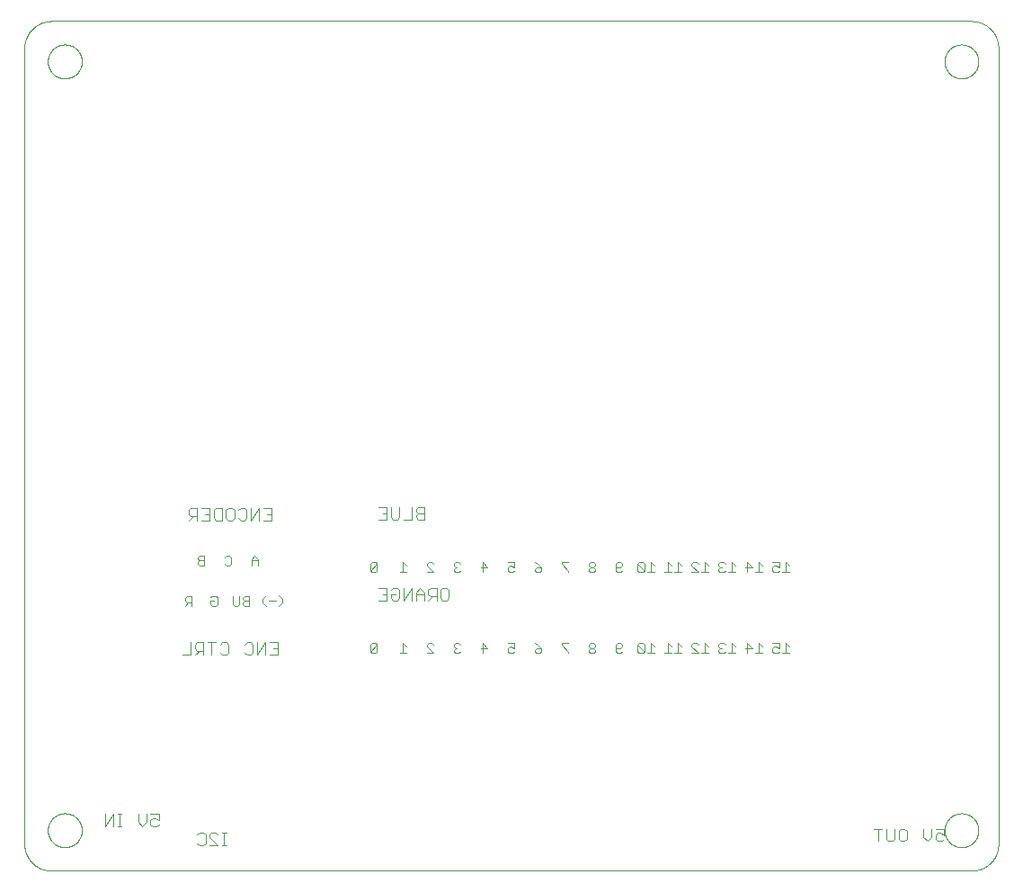
<source format=gbo>
G75*
%MOIN*%
%OFA0B0*%
%FSLAX25Y25*%
%IPPOS*%
%LPD*%
%AMOC8*
5,1,8,0,0,1.08239X$1,22.5*
%
%ADD10C,0.00000*%
%ADD11C,0.00300*%
%ADD12C,0.00400*%
D10*
X0086433Y0068933D02*
X0086433Y0363894D01*
X0086436Y0364136D01*
X0086445Y0364377D01*
X0086459Y0364618D01*
X0086480Y0364859D01*
X0086506Y0365099D01*
X0086538Y0365339D01*
X0086576Y0365578D01*
X0086619Y0365815D01*
X0086669Y0366052D01*
X0086724Y0366287D01*
X0086784Y0366521D01*
X0086851Y0366753D01*
X0086922Y0366984D01*
X0087000Y0367213D01*
X0087083Y0367440D01*
X0087171Y0367665D01*
X0087265Y0367888D01*
X0087364Y0368108D01*
X0087469Y0368326D01*
X0087578Y0368541D01*
X0087693Y0368754D01*
X0087813Y0368964D01*
X0087938Y0369170D01*
X0088068Y0369374D01*
X0088203Y0369575D01*
X0088343Y0369772D01*
X0088487Y0369966D01*
X0088636Y0370156D01*
X0088790Y0370342D01*
X0088948Y0370525D01*
X0089110Y0370704D01*
X0089277Y0370879D01*
X0089448Y0371050D01*
X0089623Y0371217D01*
X0089802Y0371379D01*
X0089985Y0371537D01*
X0090171Y0371691D01*
X0090361Y0371840D01*
X0090555Y0371984D01*
X0090752Y0372124D01*
X0090953Y0372259D01*
X0091157Y0372389D01*
X0091363Y0372514D01*
X0091573Y0372634D01*
X0091786Y0372749D01*
X0092001Y0372858D01*
X0092219Y0372963D01*
X0092439Y0373062D01*
X0092662Y0373156D01*
X0092887Y0373244D01*
X0093114Y0373327D01*
X0093343Y0373405D01*
X0093574Y0373476D01*
X0093806Y0373543D01*
X0094040Y0373603D01*
X0094275Y0373658D01*
X0094512Y0373708D01*
X0094749Y0373751D01*
X0094988Y0373789D01*
X0095228Y0373821D01*
X0095468Y0373847D01*
X0095709Y0373868D01*
X0095950Y0373882D01*
X0096191Y0373891D01*
X0096433Y0373894D01*
X0437634Y0373894D01*
X0437876Y0373891D01*
X0438117Y0373882D01*
X0438358Y0373868D01*
X0438599Y0373847D01*
X0438839Y0373821D01*
X0439079Y0373789D01*
X0439318Y0373751D01*
X0439555Y0373708D01*
X0439792Y0373658D01*
X0440027Y0373603D01*
X0440261Y0373543D01*
X0440493Y0373476D01*
X0440724Y0373405D01*
X0440953Y0373327D01*
X0441180Y0373244D01*
X0441405Y0373156D01*
X0441628Y0373062D01*
X0441848Y0372963D01*
X0442066Y0372858D01*
X0442281Y0372749D01*
X0442494Y0372634D01*
X0442704Y0372514D01*
X0442910Y0372389D01*
X0443114Y0372259D01*
X0443315Y0372124D01*
X0443512Y0371984D01*
X0443706Y0371840D01*
X0443896Y0371691D01*
X0444082Y0371537D01*
X0444265Y0371379D01*
X0444444Y0371217D01*
X0444619Y0371050D01*
X0444790Y0370879D01*
X0444957Y0370704D01*
X0445119Y0370525D01*
X0445277Y0370342D01*
X0445431Y0370156D01*
X0445580Y0369966D01*
X0445724Y0369772D01*
X0445864Y0369575D01*
X0445999Y0369374D01*
X0446129Y0369170D01*
X0446254Y0368964D01*
X0446374Y0368754D01*
X0446489Y0368541D01*
X0446598Y0368326D01*
X0446703Y0368108D01*
X0446802Y0367888D01*
X0446896Y0367665D01*
X0446984Y0367440D01*
X0447067Y0367213D01*
X0447145Y0366984D01*
X0447216Y0366753D01*
X0447283Y0366521D01*
X0447343Y0366287D01*
X0447398Y0366052D01*
X0447448Y0365815D01*
X0447491Y0365578D01*
X0447529Y0365339D01*
X0447561Y0365099D01*
X0447587Y0364859D01*
X0447608Y0364618D01*
X0447622Y0364377D01*
X0447631Y0364136D01*
X0447634Y0363894D01*
X0447634Y0068933D01*
X0447631Y0068691D01*
X0447622Y0068450D01*
X0447608Y0068209D01*
X0447587Y0067968D01*
X0447561Y0067728D01*
X0447529Y0067488D01*
X0447491Y0067249D01*
X0447448Y0067012D01*
X0447398Y0066775D01*
X0447343Y0066540D01*
X0447283Y0066306D01*
X0447216Y0066074D01*
X0447145Y0065843D01*
X0447067Y0065614D01*
X0446984Y0065387D01*
X0446896Y0065162D01*
X0446802Y0064939D01*
X0446703Y0064719D01*
X0446598Y0064501D01*
X0446489Y0064286D01*
X0446374Y0064073D01*
X0446254Y0063863D01*
X0446129Y0063657D01*
X0445999Y0063453D01*
X0445864Y0063252D01*
X0445724Y0063055D01*
X0445580Y0062861D01*
X0445431Y0062671D01*
X0445277Y0062485D01*
X0445119Y0062302D01*
X0444957Y0062123D01*
X0444790Y0061948D01*
X0444619Y0061777D01*
X0444444Y0061610D01*
X0444265Y0061448D01*
X0444082Y0061290D01*
X0443896Y0061136D01*
X0443706Y0060987D01*
X0443512Y0060843D01*
X0443315Y0060703D01*
X0443114Y0060568D01*
X0442910Y0060438D01*
X0442704Y0060313D01*
X0442494Y0060193D01*
X0442281Y0060078D01*
X0442066Y0059969D01*
X0441848Y0059864D01*
X0441628Y0059765D01*
X0441405Y0059671D01*
X0441180Y0059583D01*
X0440953Y0059500D01*
X0440724Y0059422D01*
X0440493Y0059351D01*
X0440261Y0059284D01*
X0440027Y0059224D01*
X0439792Y0059169D01*
X0439555Y0059119D01*
X0439318Y0059076D01*
X0439079Y0059038D01*
X0438839Y0059006D01*
X0438599Y0058980D01*
X0438358Y0058959D01*
X0438117Y0058945D01*
X0437876Y0058936D01*
X0437634Y0058933D01*
X0096433Y0058933D01*
X0096191Y0058936D01*
X0095950Y0058945D01*
X0095709Y0058959D01*
X0095468Y0058980D01*
X0095228Y0059006D01*
X0094988Y0059038D01*
X0094749Y0059076D01*
X0094512Y0059119D01*
X0094275Y0059169D01*
X0094040Y0059224D01*
X0093806Y0059284D01*
X0093574Y0059351D01*
X0093343Y0059422D01*
X0093114Y0059500D01*
X0092887Y0059583D01*
X0092662Y0059671D01*
X0092439Y0059765D01*
X0092219Y0059864D01*
X0092001Y0059969D01*
X0091786Y0060078D01*
X0091573Y0060193D01*
X0091363Y0060313D01*
X0091157Y0060438D01*
X0090953Y0060568D01*
X0090752Y0060703D01*
X0090555Y0060843D01*
X0090361Y0060987D01*
X0090171Y0061136D01*
X0089985Y0061290D01*
X0089802Y0061448D01*
X0089623Y0061610D01*
X0089448Y0061777D01*
X0089277Y0061948D01*
X0089110Y0062123D01*
X0088948Y0062302D01*
X0088790Y0062485D01*
X0088636Y0062671D01*
X0088487Y0062861D01*
X0088343Y0063055D01*
X0088203Y0063252D01*
X0088068Y0063453D01*
X0087938Y0063657D01*
X0087813Y0063863D01*
X0087693Y0064073D01*
X0087578Y0064286D01*
X0087469Y0064501D01*
X0087364Y0064719D01*
X0087265Y0064939D01*
X0087171Y0065162D01*
X0087083Y0065387D01*
X0087000Y0065614D01*
X0086922Y0065843D01*
X0086851Y0066074D01*
X0086784Y0066306D01*
X0086724Y0066540D01*
X0086669Y0066775D01*
X0086619Y0067012D01*
X0086576Y0067249D01*
X0086538Y0067488D01*
X0086506Y0067728D01*
X0086480Y0067968D01*
X0086459Y0068209D01*
X0086445Y0068450D01*
X0086436Y0068691D01*
X0086433Y0068933D01*
X0095134Y0073933D02*
X0095136Y0074091D01*
X0095142Y0074249D01*
X0095152Y0074407D01*
X0095166Y0074565D01*
X0095184Y0074722D01*
X0095205Y0074879D01*
X0095231Y0075035D01*
X0095261Y0075191D01*
X0095294Y0075346D01*
X0095332Y0075499D01*
X0095373Y0075652D01*
X0095418Y0075804D01*
X0095467Y0075955D01*
X0095520Y0076104D01*
X0095576Y0076252D01*
X0095636Y0076398D01*
X0095700Y0076543D01*
X0095768Y0076686D01*
X0095839Y0076828D01*
X0095913Y0076968D01*
X0095991Y0077105D01*
X0096073Y0077241D01*
X0096157Y0077375D01*
X0096246Y0077506D01*
X0096337Y0077635D01*
X0096432Y0077762D01*
X0096529Y0077887D01*
X0096630Y0078009D01*
X0096734Y0078128D01*
X0096841Y0078245D01*
X0096951Y0078359D01*
X0097064Y0078470D01*
X0097179Y0078579D01*
X0097297Y0078684D01*
X0097418Y0078786D01*
X0097541Y0078886D01*
X0097667Y0078982D01*
X0097795Y0079075D01*
X0097925Y0079165D01*
X0098058Y0079251D01*
X0098193Y0079335D01*
X0098329Y0079414D01*
X0098468Y0079491D01*
X0098609Y0079563D01*
X0098751Y0079633D01*
X0098895Y0079698D01*
X0099041Y0079760D01*
X0099188Y0079818D01*
X0099337Y0079873D01*
X0099487Y0079924D01*
X0099638Y0079971D01*
X0099790Y0080014D01*
X0099943Y0080053D01*
X0100098Y0080089D01*
X0100253Y0080120D01*
X0100409Y0080148D01*
X0100565Y0080172D01*
X0100722Y0080192D01*
X0100880Y0080208D01*
X0101037Y0080220D01*
X0101196Y0080228D01*
X0101354Y0080232D01*
X0101512Y0080232D01*
X0101670Y0080228D01*
X0101829Y0080220D01*
X0101986Y0080208D01*
X0102144Y0080192D01*
X0102301Y0080172D01*
X0102457Y0080148D01*
X0102613Y0080120D01*
X0102768Y0080089D01*
X0102923Y0080053D01*
X0103076Y0080014D01*
X0103228Y0079971D01*
X0103379Y0079924D01*
X0103529Y0079873D01*
X0103678Y0079818D01*
X0103825Y0079760D01*
X0103971Y0079698D01*
X0104115Y0079633D01*
X0104257Y0079563D01*
X0104398Y0079491D01*
X0104537Y0079414D01*
X0104673Y0079335D01*
X0104808Y0079251D01*
X0104941Y0079165D01*
X0105071Y0079075D01*
X0105199Y0078982D01*
X0105325Y0078886D01*
X0105448Y0078786D01*
X0105569Y0078684D01*
X0105687Y0078579D01*
X0105802Y0078470D01*
X0105915Y0078359D01*
X0106025Y0078245D01*
X0106132Y0078128D01*
X0106236Y0078009D01*
X0106337Y0077887D01*
X0106434Y0077762D01*
X0106529Y0077635D01*
X0106620Y0077506D01*
X0106709Y0077375D01*
X0106793Y0077241D01*
X0106875Y0077105D01*
X0106953Y0076968D01*
X0107027Y0076828D01*
X0107098Y0076686D01*
X0107166Y0076543D01*
X0107230Y0076398D01*
X0107290Y0076252D01*
X0107346Y0076104D01*
X0107399Y0075955D01*
X0107448Y0075804D01*
X0107493Y0075652D01*
X0107534Y0075499D01*
X0107572Y0075346D01*
X0107605Y0075191D01*
X0107635Y0075035D01*
X0107661Y0074879D01*
X0107682Y0074722D01*
X0107700Y0074565D01*
X0107714Y0074407D01*
X0107724Y0074249D01*
X0107730Y0074091D01*
X0107732Y0073933D01*
X0107730Y0073775D01*
X0107724Y0073617D01*
X0107714Y0073459D01*
X0107700Y0073301D01*
X0107682Y0073144D01*
X0107661Y0072987D01*
X0107635Y0072831D01*
X0107605Y0072675D01*
X0107572Y0072520D01*
X0107534Y0072367D01*
X0107493Y0072214D01*
X0107448Y0072062D01*
X0107399Y0071911D01*
X0107346Y0071762D01*
X0107290Y0071614D01*
X0107230Y0071468D01*
X0107166Y0071323D01*
X0107098Y0071180D01*
X0107027Y0071038D01*
X0106953Y0070898D01*
X0106875Y0070761D01*
X0106793Y0070625D01*
X0106709Y0070491D01*
X0106620Y0070360D01*
X0106529Y0070231D01*
X0106434Y0070104D01*
X0106337Y0069979D01*
X0106236Y0069857D01*
X0106132Y0069738D01*
X0106025Y0069621D01*
X0105915Y0069507D01*
X0105802Y0069396D01*
X0105687Y0069287D01*
X0105569Y0069182D01*
X0105448Y0069080D01*
X0105325Y0068980D01*
X0105199Y0068884D01*
X0105071Y0068791D01*
X0104941Y0068701D01*
X0104808Y0068615D01*
X0104673Y0068531D01*
X0104537Y0068452D01*
X0104398Y0068375D01*
X0104257Y0068303D01*
X0104115Y0068233D01*
X0103971Y0068168D01*
X0103825Y0068106D01*
X0103678Y0068048D01*
X0103529Y0067993D01*
X0103379Y0067942D01*
X0103228Y0067895D01*
X0103076Y0067852D01*
X0102923Y0067813D01*
X0102768Y0067777D01*
X0102613Y0067746D01*
X0102457Y0067718D01*
X0102301Y0067694D01*
X0102144Y0067674D01*
X0101986Y0067658D01*
X0101829Y0067646D01*
X0101670Y0067638D01*
X0101512Y0067634D01*
X0101354Y0067634D01*
X0101196Y0067638D01*
X0101037Y0067646D01*
X0100880Y0067658D01*
X0100722Y0067674D01*
X0100565Y0067694D01*
X0100409Y0067718D01*
X0100253Y0067746D01*
X0100098Y0067777D01*
X0099943Y0067813D01*
X0099790Y0067852D01*
X0099638Y0067895D01*
X0099487Y0067942D01*
X0099337Y0067993D01*
X0099188Y0068048D01*
X0099041Y0068106D01*
X0098895Y0068168D01*
X0098751Y0068233D01*
X0098609Y0068303D01*
X0098468Y0068375D01*
X0098329Y0068452D01*
X0098193Y0068531D01*
X0098058Y0068615D01*
X0097925Y0068701D01*
X0097795Y0068791D01*
X0097667Y0068884D01*
X0097541Y0068980D01*
X0097418Y0069080D01*
X0097297Y0069182D01*
X0097179Y0069287D01*
X0097064Y0069396D01*
X0096951Y0069507D01*
X0096841Y0069621D01*
X0096734Y0069738D01*
X0096630Y0069857D01*
X0096529Y0069979D01*
X0096432Y0070104D01*
X0096337Y0070231D01*
X0096246Y0070360D01*
X0096157Y0070491D01*
X0096073Y0070625D01*
X0095991Y0070761D01*
X0095913Y0070898D01*
X0095839Y0071038D01*
X0095768Y0071180D01*
X0095700Y0071323D01*
X0095636Y0071468D01*
X0095576Y0071614D01*
X0095520Y0071762D01*
X0095467Y0071911D01*
X0095418Y0072062D01*
X0095373Y0072214D01*
X0095332Y0072367D01*
X0095294Y0072520D01*
X0095261Y0072675D01*
X0095231Y0072831D01*
X0095205Y0072987D01*
X0095184Y0073144D01*
X0095166Y0073301D01*
X0095152Y0073459D01*
X0095142Y0073617D01*
X0095136Y0073775D01*
X0095134Y0073933D01*
X0427634Y0073933D02*
X0427636Y0074091D01*
X0427642Y0074249D01*
X0427652Y0074407D01*
X0427666Y0074565D01*
X0427684Y0074722D01*
X0427705Y0074879D01*
X0427731Y0075035D01*
X0427761Y0075191D01*
X0427794Y0075346D01*
X0427832Y0075499D01*
X0427873Y0075652D01*
X0427918Y0075804D01*
X0427967Y0075955D01*
X0428020Y0076104D01*
X0428076Y0076252D01*
X0428136Y0076398D01*
X0428200Y0076543D01*
X0428268Y0076686D01*
X0428339Y0076828D01*
X0428413Y0076968D01*
X0428491Y0077105D01*
X0428573Y0077241D01*
X0428657Y0077375D01*
X0428746Y0077506D01*
X0428837Y0077635D01*
X0428932Y0077762D01*
X0429029Y0077887D01*
X0429130Y0078009D01*
X0429234Y0078128D01*
X0429341Y0078245D01*
X0429451Y0078359D01*
X0429564Y0078470D01*
X0429679Y0078579D01*
X0429797Y0078684D01*
X0429918Y0078786D01*
X0430041Y0078886D01*
X0430167Y0078982D01*
X0430295Y0079075D01*
X0430425Y0079165D01*
X0430558Y0079251D01*
X0430693Y0079335D01*
X0430829Y0079414D01*
X0430968Y0079491D01*
X0431109Y0079563D01*
X0431251Y0079633D01*
X0431395Y0079698D01*
X0431541Y0079760D01*
X0431688Y0079818D01*
X0431837Y0079873D01*
X0431987Y0079924D01*
X0432138Y0079971D01*
X0432290Y0080014D01*
X0432443Y0080053D01*
X0432598Y0080089D01*
X0432753Y0080120D01*
X0432909Y0080148D01*
X0433065Y0080172D01*
X0433222Y0080192D01*
X0433380Y0080208D01*
X0433537Y0080220D01*
X0433696Y0080228D01*
X0433854Y0080232D01*
X0434012Y0080232D01*
X0434170Y0080228D01*
X0434329Y0080220D01*
X0434486Y0080208D01*
X0434644Y0080192D01*
X0434801Y0080172D01*
X0434957Y0080148D01*
X0435113Y0080120D01*
X0435268Y0080089D01*
X0435423Y0080053D01*
X0435576Y0080014D01*
X0435728Y0079971D01*
X0435879Y0079924D01*
X0436029Y0079873D01*
X0436178Y0079818D01*
X0436325Y0079760D01*
X0436471Y0079698D01*
X0436615Y0079633D01*
X0436757Y0079563D01*
X0436898Y0079491D01*
X0437037Y0079414D01*
X0437173Y0079335D01*
X0437308Y0079251D01*
X0437441Y0079165D01*
X0437571Y0079075D01*
X0437699Y0078982D01*
X0437825Y0078886D01*
X0437948Y0078786D01*
X0438069Y0078684D01*
X0438187Y0078579D01*
X0438302Y0078470D01*
X0438415Y0078359D01*
X0438525Y0078245D01*
X0438632Y0078128D01*
X0438736Y0078009D01*
X0438837Y0077887D01*
X0438934Y0077762D01*
X0439029Y0077635D01*
X0439120Y0077506D01*
X0439209Y0077375D01*
X0439293Y0077241D01*
X0439375Y0077105D01*
X0439453Y0076968D01*
X0439527Y0076828D01*
X0439598Y0076686D01*
X0439666Y0076543D01*
X0439730Y0076398D01*
X0439790Y0076252D01*
X0439846Y0076104D01*
X0439899Y0075955D01*
X0439948Y0075804D01*
X0439993Y0075652D01*
X0440034Y0075499D01*
X0440072Y0075346D01*
X0440105Y0075191D01*
X0440135Y0075035D01*
X0440161Y0074879D01*
X0440182Y0074722D01*
X0440200Y0074565D01*
X0440214Y0074407D01*
X0440224Y0074249D01*
X0440230Y0074091D01*
X0440232Y0073933D01*
X0440230Y0073775D01*
X0440224Y0073617D01*
X0440214Y0073459D01*
X0440200Y0073301D01*
X0440182Y0073144D01*
X0440161Y0072987D01*
X0440135Y0072831D01*
X0440105Y0072675D01*
X0440072Y0072520D01*
X0440034Y0072367D01*
X0439993Y0072214D01*
X0439948Y0072062D01*
X0439899Y0071911D01*
X0439846Y0071762D01*
X0439790Y0071614D01*
X0439730Y0071468D01*
X0439666Y0071323D01*
X0439598Y0071180D01*
X0439527Y0071038D01*
X0439453Y0070898D01*
X0439375Y0070761D01*
X0439293Y0070625D01*
X0439209Y0070491D01*
X0439120Y0070360D01*
X0439029Y0070231D01*
X0438934Y0070104D01*
X0438837Y0069979D01*
X0438736Y0069857D01*
X0438632Y0069738D01*
X0438525Y0069621D01*
X0438415Y0069507D01*
X0438302Y0069396D01*
X0438187Y0069287D01*
X0438069Y0069182D01*
X0437948Y0069080D01*
X0437825Y0068980D01*
X0437699Y0068884D01*
X0437571Y0068791D01*
X0437441Y0068701D01*
X0437308Y0068615D01*
X0437173Y0068531D01*
X0437037Y0068452D01*
X0436898Y0068375D01*
X0436757Y0068303D01*
X0436615Y0068233D01*
X0436471Y0068168D01*
X0436325Y0068106D01*
X0436178Y0068048D01*
X0436029Y0067993D01*
X0435879Y0067942D01*
X0435728Y0067895D01*
X0435576Y0067852D01*
X0435423Y0067813D01*
X0435268Y0067777D01*
X0435113Y0067746D01*
X0434957Y0067718D01*
X0434801Y0067694D01*
X0434644Y0067674D01*
X0434486Y0067658D01*
X0434329Y0067646D01*
X0434170Y0067638D01*
X0434012Y0067634D01*
X0433854Y0067634D01*
X0433696Y0067638D01*
X0433537Y0067646D01*
X0433380Y0067658D01*
X0433222Y0067674D01*
X0433065Y0067694D01*
X0432909Y0067718D01*
X0432753Y0067746D01*
X0432598Y0067777D01*
X0432443Y0067813D01*
X0432290Y0067852D01*
X0432138Y0067895D01*
X0431987Y0067942D01*
X0431837Y0067993D01*
X0431688Y0068048D01*
X0431541Y0068106D01*
X0431395Y0068168D01*
X0431251Y0068233D01*
X0431109Y0068303D01*
X0430968Y0068375D01*
X0430829Y0068452D01*
X0430693Y0068531D01*
X0430558Y0068615D01*
X0430425Y0068701D01*
X0430295Y0068791D01*
X0430167Y0068884D01*
X0430041Y0068980D01*
X0429918Y0069080D01*
X0429797Y0069182D01*
X0429679Y0069287D01*
X0429564Y0069396D01*
X0429451Y0069507D01*
X0429341Y0069621D01*
X0429234Y0069738D01*
X0429130Y0069857D01*
X0429029Y0069979D01*
X0428932Y0070104D01*
X0428837Y0070231D01*
X0428746Y0070360D01*
X0428657Y0070491D01*
X0428573Y0070625D01*
X0428491Y0070761D01*
X0428413Y0070898D01*
X0428339Y0071038D01*
X0428268Y0071180D01*
X0428200Y0071323D01*
X0428136Y0071468D01*
X0428076Y0071614D01*
X0428020Y0071762D01*
X0427967Y0071911D01*
X0427918Y0072062D01*
X0427873Y0072214D01*
X0427832Y0072367D01*
X0427794Y0072520D01*
X0427761Y0072675D01*
X0427731Y0072831D01*
X0427705Y0072987D01*
X0427684Y0073144D01*
X0427666Y0073301D01*
X0427652Y0073459D01*
X0427642Y0073617D01*
X0427636Y0073775D01*
X0427634Y0073933D01*
X0427634Y0358933D02*
X0427636Y0359091D01*
X0427642Y0359249D01*
X0427652Y0359407D01*
X0427666Y0359565D01*
X0427684Y0359722D01*
X0427705Y0359879D01*
X0427731Y0360035D01*
X0427761Y0360191D01*
X0427794Y0360346D01*
X0427832Y0360499D01*
X0427873Y0360652D01*
X0427918Y0360804D01*
X0427967Y0360955D01*
X0428020Y0361104D01*
X0428076Y0361252D01*
X0428136Y0361398D01*
X0428200Y0361543D01*
X0428268Y0361686D01*
X0428339Y0361828D01*
X0428413Y0361968D01*
X0428491Y0362105D01*
X0428573Y0362241D01*
X0428657Y0362375D01*
X0428746Y0362506D01*
X0428837Y0362635D01*
X0428932Y0362762D01*
X0429029Y0362887D01*
X0429130Y0363009D01*
X0429234Y0363128D01*
X0429341Y0363245D01*
X0429451Y0363359D01*
X0429564Y0363470D01*
X0429679Y0363579D01*
X0429797Y0363684D01*
X0429918Y0363786D01*
X0430041Y0363886D01*
X0430167Y0363982D01*
X0430295Y0364075D01*
X0430425Y0364165D01*
X0430558Y0364251D01*
X0430693Y0364335D01*
X0430829Y0364414D01*
X0430968Y0364491D01*
X0431109Y0364563D01*
X0431251Y0364633D01*
X0431395Y0364698D01*
X0431541Y0364760D01*
X0431688Y0364818D01*
X0431837Y0364873D01*
X0431987Y0364924D01*
X0432138Y0364971D01*
X0432290Y0365014D01*
X0432443Y0365053D01*
X0432598Y0365089D01*
X0432753Y0365120D01*
X0432909Y0365148D01*
X0433065Y0365172D01*
X0433222Y0365192D01*
X0433380Y0365208D01*
X0433537Y0365220D01*
X0433696Y0365228D01*
X0433854Y0365232D01*
X0434012Y0365232D01*
X0434170Y0365228D01*
X0434329Y0365220D01*
X0434486Y0365208D01*
X0434644Y0365192D01*
X0434801Y0365172D01*
X0434957Y0365148D01*
X0435113Y0365120D01*
X0435268Y0365089D01*
X0435423Y0365053D01*
X0435576Y0365014D01*
X0435728Y0364971D01*
X0435879Y0364924D01*
X0436029Y0364873D01*
X0436178Y0364818D01*
X0436325Y0364760D01*
X0436471Y0364698D01*
X0436615Y0364633D01*
X0436757Y0364563D01*
X0436898Y0364491D01*
X0437037Y0364414D01*
X0437173Y0364335D01*
X0437308Y0364251D01*
X0437441Y0364165D01*
X0437571Y0364075D01*
X0437699Y0363982D01*
X0437825Y0363886D01*
X0437948Y0363786D01*
X0438069Y0363684D01*
X0438187Y0363579D01*
X0438302Y0363470D01*
X0438415Y0363359D01*
X0438525Y0363245D01*
X0438632Y0363128D01*
X0438736Y0363009D01*
X0438837Y0362887D01*
X0438934Y0362762D01*
X0439029Y0362635D01*
X0439120Y0362506D01*
X0439209Y0362375D01*
X0439293Y0362241D01*
X0439375Y0362105D01*
X0439453Y0361968D01*
X0439527Y0361828D01*
X0439598Y0361686D01*
X0439666Y0361543D01*
X0439730Y0361398D01*
X0439790Y0361252D01*
X0439846Y0361104D01*
X0439899Y0360955D01*
X0439948Y0360804D01*
X0439993Y0360652D01*
X0440034Y0360499D01*
X0440072Y0360346D01*
X0440105Y0360191D01*
X0440135Y0360035D01*
X0440161Y0359879D01*
X0440182Y0359722D01*
X0440200Y0359565D01*
X0440214Y0359407D01*
X0440224Y0359249D01*
X0440230Y0359091D01*
X0440232Y0358933D01*
X0440230Y0358775D01*
X0440224Y0358617D01*
X0440214Y0358459D01*
X0440200Y0358301D01*
X0440182Y0358144D01*
X0440161Y0357987D01*
X0440135Y0357831D01*
X0440105Y0357675D01*
X0440072Y0357520D01*
X0440034Y0357367D01*
X0439993Y0357214D01*
X0439948Y0357062D01*
X0439899Y0356911D01*
X0439846Y0356762D01*
X0439790Y0356614D01*
X0439730Y0356468D01*
X0439666Y0356323D01*
X0439598Y0356180D01*
X0439527Y0356038D01*
X0439453Y0355898D01*
X0439375Y0355761D01*
X0439293Y0355625D01*
X0439209Y0355491D01*
X0439120Y0355360D01*
X0439029Y0355231D01*
X0438934Y0355104D01*
X0438837Y0354979D01*
X0438736Y0354857D01*
X0438632Y0354738D01*
X0438525Y0354621D01*
X0438415Y0354507D01*
X0438302Y0354396D01*
X0438187Y0354287D01*
X0438069Y0354182D01*
X0437948Y0354080D01*
X0437825Y0353980D01*
X0437699Y0353884D01*
X0437571Y0353791D01*
X0437441Y0353701D01*
X0437308Y0353615D01*
X0437173Y0353531D01*
X0437037Y0353452D01*
X0436898Y0353375D01*
X0436757Y0353303D01*
X0436615Y0353233D01*
X0436471Y0353168D01*
X0436325Y0353106D01*
X0436178Y0353048D01*
X0436029Y0352993D01*
X0435879Y0352942D01*
X0435728Y0352895D01*
X0435576Y0352852D01*
X0435423Y0352813D01*
X0435268Y0352777D01*
X0435113Y0352746D01*
X0434957Y0352718D01*
X0434801Y0352694D01*
X0434644Y0352674D01*
X0434486Y0352658D01*
X0434329Y0352646D01*
X0434170Y0352638D01*
X0434012Y0352634D01*
X0433854Y0352634D01*
X0433696Y0352638D01*
X0433537Y0352646D01*
X0433380Y0352658D01*
X0433222Y0352674D01*
X0433065Y0352694D01*
X0432909Y0352718D01*
X0432753Y0352746D01*
X0432598Y0352777D01*
X0432443Y0352813D01*
X0432290Y0352852D01*
X0432138Y0352895D01*
X0431987Y0352942D01*
X0431837Y0352993D01*
X0431688Y0353048D01*
X0431541Y0353106D01*
X0431395Y0353168D01*
X0431251Y0353233D01*
X0431109Y0353303D01*
X0430968Y0353375D01*
X0430829Y0353452D01*
X0430693Y0353531D01*
X0430558Y0353615D01*
X0430425Y0353701D01*
X0430295Y0353791D01*
X0430167Y0353884D01*
X0430041Y0353980D01*
X0429918Y0354080D01*
X0429797Y0354182D01*
X0429679Y0354287D01*
X0429564Y0354396D01*
X0429451Y0354507D01*
X0429341Y0354621D01*
X0429234Y0354738D01*
X0429130Y0354857D01*
X0429029Y0354979D01*
X0428932Y0355104D01*
X0428837Y0355231D01*
X0428746Y0355360D01*
X0428657Y0355491D01*
X0428573Y0355625D01*
X0428491Y0355761D01*
X0428413Y0355898D01*
X0428339Y0356038D01*
X0428268Y0356180D01*
X0428200Y0356323D01*
X0428136Y0356468D01*
X0428076Y0356614D01*
X0428020Y0356762D01*
X0427967Y0356911D01*
X0427918Y0357062D01*
X0427873Y0357214D01*
X0427832Y0357367D01*
X0427794Y0357520D01*
X0427761Y0357675D01*
X0427731Y0357831D01*
X0427705Y0357987D01*
X0427684Y0358144D01*
X0427666Y0358301D01*
X0427652Y0358459D01*
X0427642Y0358617D01*
X0427636Y0358775D01*
X0427634Y0358933D01*
X0095134Y0358933D02*
X0095136Y0359091D01*
X0095142Y0359249D01*
X0095152Y0359407D01*
X0095166Y0359565D01*
X0095184Y0359722D01*
X0095205Y0359879D01*
X0095231Y0360035D01*
X0095261Y0360191D01*
X0095294Y0360346D01*
X0095332Y0360499D01*
X0095373Y0360652D01*
X0095418Y0360804D01*
X0095467Y0360955D01*
X0095520Y0361104D01*
X0095576Y0361252D01*
X0095636Y0361398D01*
X0095700Y0361543D01*
X0095768Y0361686D01*
X0095839Y0361828D01*
X0095913Y0361968D01*
X0095991Y0362105D01*
X0096073Y0362241D01*
X0096157Y0362375D01*
X0096246Y0362506D01*
X0096337Y0362635D01*
X0096432Y0362762D01*
X0096529Y0362887D01*
X0096630Y0363009D01*
X0096734Y0363128D01*
X0096841Y0363245D01*
X0096951Y0363359D01*
X0097064Y0363470D01*
X0097179Y0363579D01*
X0097297Y0363684D01*
X0097418Y0363786D01*
X0097541Y0363886D01*
X0097667Y0363982D01*
X0097795Y0364075D01*
X0097925Y0364165D01*
X0098058Y0364251D01*
X0098193Y0364335D01*
X0098329Y0364414D01*
X0098468Y0364491D01*
X0098609Y0364563D01*
X0098751Y0364633D01*
X0098895Y0364698D01*
X0099041Y0364760D01*
X0099188Y0364818D01*
X0099337Y0364873D01*
X0099487Y0364924D01*
X0099638Y0364971D01*
X0099790Y0365014D01*
X0099943Y0365053D01*
X0100098Y0365089D01*
X0100253Y0365120D01*
X0100409Y0365148D01*
X0100565Y0365172D01*
X0100722Y0365192D01*
X0100880Y0365208D01*
X0101037Y0365220D01*
X0101196Y0365228D01*
X0101354Y0365232D01*
X0101512Y0365232D01*
X0101670Y0365228D01*
X0101829Y0365220D01*
X0101986Y0365208D01*
X0102144Y0365192D01*
X0102301Y0365172D01*
X0102457Y0365148D01*
X0102613Y0365120D01*
X0102768Y0365089D01*
X0102923Y0365053D01*
X0103076Y0365014D01*
X0103228Y0364971D01*
X0103379Y0364924D01*
X0103529Y0364873D01*
X0103678Y0364818D01*
X0103825Y0364760D01*
X0103971Y0364698D01*
X0104115Y0364633D01*
X0104257Y0364563D01*
X0104398Y0364491D01*
X0104537Y0364414D01*
X0104673Y0364335D01*
X0104808Y0364251D01*
X0104941Y0364165D01*
X0105071Y0364075D01*
X0105199Y0363982D01*
X0105325Y0363886D01*
X0105448Y0363786D01*
X0105569Y0363684D01*
X0105687Y0363579D01*
X0105802Y0363470D01*
X0105915Y0363359D01*
X0106025Y0363245D01*
X0106132Y0363128D01*
X0106236Y0363009D01*
X0106337Y0362887D01*
X0106434Y0362762D01*
X0106529Y0362635D01*
X0106620Y0362506D01*
X0106709Y0362375D01*
X0106793Y0362241D01*
X0106875Y0362105D01*
X0106953Y0361968D01*
X0107027Y0361828D01*
X0107098Y0361686D01*
X0107166Y0361543D01*
X0107230Y0361398D01*
X0107290Y0361252D01*
X0107346Y0361104D01*
X0107399Y0360955D01*
X0107448Y0360804D01*
X0107493Y0360652D01*
X0107534Y0360499D01*
X0107572Y0360346D01*
X0107605Y0360191D01*
X0107635Y0360035D01*
X0107661Y0359879D01*
X0107682Y0359722D01*
X0107700Y0359565D01*
X0107714Y0359407D01*
X0107724Y0359249D01*
X0107730Y0359091D01*
X0107732Y0358933D01*
X0107730Y0358775D01*
X0107724Y0358617D01*
X0107714Y0358459D01*
X0107700Y0358301D01*
X0107682Y0358144D01*
X0107661Y0357987D01*
X0107635Y0357831D01*
X0107605Y0357675D01*
X0107572Y0357520D01*
X0107534Y0357367D01*
X0107493Y0357214D01*
X0107448Y0357062D01*
X0107399Y0356911D01*
X0107346Y0356762D01*
X0107290Y0356614D01*
X0107230Y0356468D01*
X0107166Y0356323D01*
X0107098Y0356180D01*
X0107027Y0356038D01*
X0106953Y0355898D01*
X0106875Y0355761D01*
X0106793Y0355625D01*
X0106709Y0355491D01*
X0106620Y0355360D01*
X0106529Y0355231D01*
X0106434Y0355104D01*
X0106337Y0354979D01*
X0106236Y0354857D01*
X0106132Y0354738D01*
X0106025Y0354621D01*
X0105915Y0354507D01*
X0105802Y0354396D01*
X0105687Y0354287D01*
X0105569Y0354182D01*
X0105448Y0354080D01*
X0105325Y0353980D01*
X0105199Y0353884D01*
X0105071Y0353791D01*
X0104941Y0353701D01*
X0104808Y0353615D01*
X0104673Y0353531D01*
X0104537Y0353452D01*
X0104398Y0353375D01*
X0104257Y0353303D01*
X0104115Y0353233D01*
X0103971Y0353168D01*
X0103825Y0353106D01*
X0103678Y0353048D01*
X0103529Y0352993D01*
X0103379Y0352942D01*
X0103228Y0352895D01*
X0103076Y0352852D01*
X0102923Y0352813D01*
X0102768Y0352777D01*
X0102613Y0352746D01*
X0102457Y0352718D01*
X0102301Y0352694D01*
X0102144Y0352674D01*
X0101986Y0352658D01*
X0101829Y0352646D01*
X0101670Y0352638D01*
X0101512Y0352634D01*
X0101354Y0352634D01*
X0101196Y0352638D01*
X0101037Y0352646D01*
X0100880Y0352658D01*
X0100722Y0352674D01*
X0100565Y0352694D01*
X0100409Y0352718D01*
X0100253Y0352746D01*
X0100098Y0352777D01*
X0099943Y0352813D01*
X0099790Y0352852D01*
X0099638Y0352895D01*
X0099487Y0352942D01*
X0099337Y0352993D01*
X0099188Y0353048D01*
X0099041Y0353106D01*
X0098895Y0353168D01*
X0098751Y0353233D01*
X0098609Y0353303D01*
X0098468Y0353375D01*
X0098329Y0353452D01*
X0098193Y0353531D01*
X0098058Y0353615D01*
X0097925Y0353701D01*
X0097795Y0353791D01*
X0097667Y0353884D01*
X0097541Y0353980D01*
X0097418Y0354080D01*
X0097297Y0354182D01*
X0097179Y0354287D01*
X0097064Y0354396D01*
X0096951Y0354507D01*
X0096841Y0354621D01*
X0096734Y0354738D01*
X0096630Y0354857D01*
X0096529Y0354979D01*
X0096432Y0355104D01*
X0096337Y0355231D01*
X0096246Y0355360D01*
X0096157Y0355491D01*
X0096073Y0355625D01*
X0095991Y0355761D01*
X0095913Y0355898D01*
X0095839Y0356038D01*
X0095768Y0356180D01*
X0095700Y0356323D01*
X0095636Y0356468D01*
X0095576Y0356614D01*
X0095520Y0356762D01*
X0095467Y0356911D01*
X0095418Y0357062D01*
X0095373Y0357214D01*
X0095332Y0357367D01*
X0095294Y0357520D01*
X0095261Y0357675D01*
X0095231Y0357831D01*
X0095205Y0357987D01*
X0095184Y0358144D01*
X0095166Y0358301D01*
X0095152Y0358459D01*
X0095142Y0358617D01*
X0095136Y0358775D01*
X0095134Y0358933D01*
D11*
X0151273Y0175786D02*
X0150656Y0175169D01*
X0150656Y0174552D01*
X0151273Y0173935D01*
X0153125Y0173935D01*
X0153125Y0175786D02*
X0151273Y0175786D01*
X0151273Y0173935D02*
X0150656Y0173317D01*
X0150656Y0172700D01*
X0151273Y0172083D01*
X0153125Y0172083D01*
X0153125Y0175786D01*
X0160656Y0175169D02*
X0161273Y0175786D01*
X0162507Y0175786D01*
X0163125Y0175169D01*
X0163125Y0172700D01*
X0162507Y0172083D01*
X0161273Y0172083D01*
X0160656Y0172700D01*
X0170656Y0172083D02*
X0170656Y0174552D01*
X0171890Y0175786D01*
X0173125Y0174552D01*
X0173125Y0172083D01*
X0173125Y0173935D02*
X0170656Y0173935D01*
X0169848Y0160802D02*
X0167996Y0160802D01*
X0167379Y0160185D01*
X0167379Y0159567D01*
X0167996Y0158950D01*
X0169848Y0158950D01*
X0169848Y0157099D02*
X0167996Y0157099D01*
X0167379Y0157716D01*
X0167379Y0158333D01*
X0167996Y0158950D01*
X0166165Y0157716D02*
X0166165Y0160802D01*
X0163696Y0160802D02*
X0163696Y0157716D01*
X0164313Y0157099D01*
X0165548Y0157099D01*
X0166165Y0157716D01*
X0169848Y0157099D02*
X0169848Y0160802D01*
X0174686Y0159673D02*
X0175921Y0160908D01*
X0174686Y0159673D02*
X0174686Y0158439D01*
X0175921Y0157205D01*
X0177135Y0159056D02*
X0179604Y0159056D01*
X0180825Y0157205D02*
X0182059Y0158439D01*
X0182059Y0159673D01*
X0180825Y0160908D01*
X0157995Y0160231D02*
X0157995Y0157762D01*
X0157377Y0157145D01*
X0156143Y0157145D01*
X0155526Y0157762D01*
X0155526Y0158997D01*
X0156760Y0158997D01*
X0155526Y0160231D02*
X0156143Y0160848D01*
X0157377Y0160848D01*
X0157995Y0160231D01*
X0148431Y0160783D02*
X0148431Y0157080D01*
X0148431Y0158314D02*
X0146579Y0158314D01*
X0145962Y0158931D01*
X0145962Y0160165D01*
X0146579Y0160783D01*
X0148431Y0160783D01*
X0147196Y0158314D02*
X0145962Y0157080D01*
X0214741Y0170200D02*
X0217210Y0172669D01*
X0217210Y0170200D01*
X0216593Y0169583D01*
X0215359Y0169583D01*
X0214741Y0170200D01*
X0214741Y0172669D01*
X0215359Y0173286D01*
X0216593Y0173286D01*
X0217210Y0172669D01*
X0225656Y0169583D02*
X0228125Y0169583D01*
X0226890Y0169583D02*
X0226890Y0173286D01*
X0228125Y0172052D01*
X0235656Y0172052D02*
X0235656Y0172669D01*
X0236273Y0173286D01*
X0237507Y0173286D01*
X0238125Y0172669D01*
X0235656Y0172052D02*
X0238125Y0169583D01*
X0235656Y0169583D01*
X0245656Y0170200D02*
X0246273Y0169583D01*
X0247507Y0169583D01*
X0248125Y0170200D01*
X0246890Y0171435D02*
X0246273Y0171435D01*
X0245656Y0170817D01*
X0245656Y0170200D01*
X0246273Y0171435D02*
X0245656Y0172052D01*
X0245656Y0172669D01*
X0246273Y0173286D01*
X0247507Y0173286D01*
X0248125Y0172669D01*
X0255656Y0171435D02*
X0258125Y0171435D01*
X0256273Y0173286D01*
X0256273Y0169583D01*
X0265656Y0170200D02*
X0266273Y0169583D01*
X0267507Y0169583D01*
X0268125Y0170200D01*
X0268125Y0171435D02*
X0266890Y0172052D01*
X0266273Y0172052D01*
X0265656Y0171435D01*
X0265656Y0170200D01*
X0268125Y0171435D02*
X0268125Y0173286D01*
X0265656Y0173286D01*
X0275656Y0173286D02*
X0276890Y0172669D01*
X0278125Y0171435D01*
X0276273Y0171435D01*
X0275656Y0170817D01*
X0275656Y0170200D01*
X0276273Y0169583D01*
X0277507Y0169583D01*
X0278125Y0170200D01*
X0278125Y0171435D01*
X0285656Y0172669D02*
X0288125Y0170200D01*
X0288125Y0169583D01*
X0288125Y0173286D02*
X0285656Y0173286D01*
X0285656Y0172669D01*
X0295656Y0172669D02*
X0295656Y0172052D01*
X0296273Y0171435D01*
X0297507Y0171435D01*
X0298125Y0172052D01*
X0298125Y0172669D01*
X0297507Y0173286D01*
X0296273Y0173286D01*
X0295656Y0172669D01*
X0296273Y0171435D02*
X0295656Y0170817D01*
X0295656Y0170200D01*
X0296273Y0169583D01*
X0297507Y0169583D01*
X0298125Y0170200D01*
X0298125Y0170817D01*
X0297507Y0171435D01*
X0305656Y0171435D02*
X0307507Y0171435D01*
X0308125Y0172052D01*
X0308125Y0172669D01*
X0307507Y0173286D01*
X0306273Y0173286D01*
X0305656Y0172669D01*
X0305656Y0170200D01*
X0306273Y0169583D01*
X0307507Y0169583D01*
X0308125Y0170200D01*
X0313814Y0170200D02*
X0313814Y0172669D01*
X0316283Y0170200D01*
X0315666Y0169583D01*
X0314431Y0169583D01*
X0313814Y0170200D01*
X0313814Y0172669D02*
X0314431Y0173286D01*
X0315666Y0173286D01*
X0316283Y0172669D01*
X0316283Y0170200D01*
X0317497Y0169583D02*
X0319966Y0169583D01*
X0318732Y0169583D02*
X0318732Y0173286D01*
X0319966Y0172052D01*
X0323814Y0169583D02*
X0326283Y0169583D01*
X0327497Y0169583D02*
X0329966Y0169583D01*
X0328732Y0169583D02*
X0328732Y0173286D01*
X0329966Y0172052D01*
X0326283Y0172052D02*
X0325049Y0173286D01*
X0325049Y0169583D01*
X0333814Y0169583D02*
X0336283Y0169583D01*
X0333814Y0172052D01*
X0333814Y0172669D01*
X0334431Y0173286D01*
X0335666Y0173286D01*
X0336283Y0172669D01*
X0338732Y0173286D02*
X0338732Y0169583D01*
X0339966Y0169583D02*
X0337497Y0169583D01*
X0339966Y0172052D02*
X0338732Y0173286D01*
X0343814Y0172669D02*
X0343814Y0172052D01*
X0344431Y0171435D01*
X0343814Y0170817D01*
X0343814Y0170200D01*
X0344431Y0169583D01*
X0345666Y0169583D01*
X0346283Y0170200D01*
X0347497Y0169583D02*
X0349966Y0169583D01*
X0348732Y0169583D02*
X0348732Y0173286D01*
X0349966Y0172052D01*
X0346283Y0172669D02*
X0345666Y0173286D01*
X0344431Y0173286D01*
X0343814Y0172669D01*
X0344431Y0171435D02*
X0345049Y0171435D01*
X0353814Y0171435D02*
X0356283Y0171435D01*
X0354431Y0173286D01*
X0354431Y0169583D01*
X0357497Y0169583D02*
X0359966Y0169583D01*
X0358732Y0169583D02*
X0358732Y0173286D01*
X0359966Y0172052D01*
X0363814Y0171435D02*
X0363814Y0170200D01*
X0364431Y0169583D01*
X0365666Y0169583D01*
X0366283Y0170200D01*
X0366283Y0171435D02*
X0365049Y0172052D01*
X0364431Y0172052D01*
X0363814Y0171435D01*
X0363814Y0173286D02*
X0366283Y0173286D01*
X0366283Y0171435D01*
X0367497Y0169583D02*
X0369966Y0169583D01*
X0368732Y0169583D02*
X0368732Y0173286D01*
X0369966Y0172052D01*
X0368732Y0143286D02*
X0368732Y0139583D01*
X0369966Y0139583D02*
X0367497Y0139583D01*
X0366283Y0140200D02*
X0365666Y0139583D01*
X0364431Y0139583D01*
X0363814Y0140200D01*
X0363814Y0141435D01*
X0364431Y0142052D01*
X0365049Y0142052D01*
X0366283Y0141435D01*
X0366283Y0143286D01*
X0363814Y0143286D01*
X0359966Y0142052D02*
X0358732Y0143286D01*
X0358732Y0139583D01*
X0359966Y0139583D02*
X0357497Y0139583D01*
X0356283Y0141435D02*
X0353814Y0141435D01*
X0354431Y0143286D02*
X0356283Y0141435D01*
X0354431Y0143286D02*
X0354431Y0139583D01*
X0349966Y0139583D02*
X0347497Y0139583D01*
X0348732Y0139583D02*
X0348732Y0143286D01*
X0349966Y0142052D01*
X0346283Y0142669D02*
X0345666Y0143286D01*
X0344431Y0143286D01*
X0343814Y0142669D01*
X0343814Y0142052D01*
X0344431Y0141435D01*
X0343814Y0140817D01*
X0343814Y0140200D01*
X0344431Y0139583D01*
X0345666Y0139583D01*
X0346283Y0140200D01*
X0345049Y0141435D02*
X0344431Y0141435D01*
X0339966Y0142052D02*
X0338732Y0143286D01*
X0338732Y0139583D01*
X0339966Y0139583D02*
X0337497Y0139583D01*
X0336283Y0139583D02*
X0333814Y0142052D01*
X0333814Y0142669D01*
X0334431Y0143286D01*
X0335666Y0143286D01*
X0336283Y0142669D01*
X0336283Y0139583D02*
X0333814Y0139583D01*
X0329966Y0139583D02*
X0327497Y0139583D01*
X0326283Y0139583D02*
X0323814Y0139583D01*
X0325049Y0139583D02*
X0325049Y0143286D01*
X0326283Y0142052D01*
X0328732Y0143286D02*
X0328732Y0139583D01*
X0329966Y0142052D02*
X0328732Y0143286D01*
X0319966Y0142052D02*
X0318732Y0143286D01*
X0318732Y0139583D01*
X0319966Y0139583D02*
X0317497Y0139583D01*
X0316283Y0140200D02*
X0313814Y0142669D01*
X0313814Y0140200D01*
X0314431Y0139583D01*
X0315666Y0139583D01*
X0316283Y0140200D01*
X0316283Y0142669D01*
X0315666Y0143286D01*
X0314431Y0143286D01*
X0313814Y0142669D01*
X0308125Y0142669D02*
X0308125Y0142052D01*
X0307507Y0141435D01*
X0305656Y0141435D01*
X0305656Y0142669D02*
X0306273Y0143286D01*
X0307507Y0143286D01*
X0308125Y0142669D01*
X0308125Y0140200D02*
X0307507Y0139583D01*
X0306273Y0139583D01*
X0305656Y0140200D01*
X0305656Y0142669D01*
X0298125Y0142669D02*
X0298125Y0142052D01*
X0297507Y0141435D01*
X0296273Y0141435D01*
X0295656Y0140817D01*
X0295656Y0140200D01*
X0296273Y0139583D01*
X0297507Y0139583D01*
X0298125Y0140200D01*
X0298125Y0140817D01*
X0297507Y0141435D01*
X0296273Y0141435D02*
X0295656Y0142052D01*
X0295656Y0142669D01*
X0296273Y0143286D01*
X0297507Y0143286D01*
X0298125Y0142669D01*
X0288125Y0143286D02*
X0285656Y0143286D01*
X0285656Y0142669D01*
X0288125Y0140200D01*
X0288125Y0139583D01*
X0278125Y0140200D02*
X0277507Y0139583D01*
X0276273Y0139583D01*
X0275656Y0140200D01*
X0275656Y0140817D01*
X0276273Y0141435D01*
X0278125Y0141435D01*
X0278125Y0140200D01*
X0278125Y0141435D02*
X0276890Y0142669D01*
X0275656Y0143286D01*
X0268125Y0143286D02*
X0268125Y0141435D01*
X0266890Y0142052D01*
X0266273Y0142052D01*
X0265656Y0141435D01*
X0265656Y0140200D01*
X0266273Y0139583D01*
X0267507Y0139583D01*
X0268125Y0140200D01*
X0268125Y0143286D02*
X0265656Y0143286D01*
X0258125Y0141435D02*
X0255656Y0141435D01*
X0256273Y0143286D02*
X0258125Y0141435D01*
X0256273Y0143286D02*
X0256273Y0139583D01*
X0248125Y0140200D02*
X0247507Y0139583D01*
X0246273Y0139583D01*
X0245656Y0140200D01*
X0245656Y0140817D01*
X0246273Y0141435D01*
X0246890Y0141435D01*
X0246273Y0141435D02*
X0245656Y0142052D01*
X0245656Y0142669D01*
X0246273Y0143286D01*
X0247507Y0143286D01*
X0248125Y0142669D01*
X0238125Y0142669D02*
X0237507Y0143286D01*
X0236273Y0143286D01*
X0235656Y0142669D01*
X0235656Y0142052D01*
X0238125Y0139583D01*
X0235656Y0139583D01*
X0228125Y0139583D02*
X0225656Y0139583D01*
X0226890Y0139583D02*
X0226890Y0143286D01*
X0228125Y0142052D01*
X0217210Y0142669D02*
X0214741Y0140200D01*
X0215359Y0139583D01*
X0216593Y0139583D01*
X0217210Y0140200D01*
X0217210Y0142669D01*
X0216593Y0143286D01*
X0215359Y0143286D01*
X0214741Y0142669D01*
X0214741Y0140200D01*
X0368732Y0143286D02*
X0369966Y0142052D01*
D12*
X0401378Y0074495D02*
X0404447Y0074495D01*
X0402912Y0074495D02*
X0402912Y0069891D01*
X0405982Y0070658D02*
X0405982Y0074495D01*
X0409051Y0074495D02*
X0409051Y0070658D01*
X0408284Y0069891D01*
X0406749Y0069891D01*
X0405982Y0070658D01*
X0410586Y0070658D02*
X0410586Y0073728D01*
X0411353Y0074495D01*
X0412888Y0074495D01*
X0413655Y0073728D01*
X0413655Y0070658D01*
X0412888Y0069891D01*
X0411353Y0069891D01*
X0410586Y0070658D01*
X0419793Y0071426D02*
X0419793Y0074495D01*
X0419793Y0071426D02*
X0421328Y0069891D01*
X0422863Y0071426D01*
X0422863Y0074495D01*
X0424397Y0074495D02*
X0427467Y0074495D01*
X0427467Y0072193D01*
X0425932Y0072960D01*
X0425165Y0072960D01*
X0424397Y0072193D01*
X0424397Y0070658D01*
X0425165Y0069891D01*
X0426699Y0069891D01*
X0427467Y0070658D01*
X0243857Y0159900D02*
X0243089Y0159133D01*
X0241555Y0159133D01*
X0240787Y0159900D01*
X0240787Y0162970D01*
X0241555Y0163737D01*
X0243089Y0163737D01*
X0243857Y0162970D01*
X0243857Y0159900D01*
X0239253Y0159133D02*
X0239253Y0163737D01*
X0236951Y0163737D01*
X0236183Y0162970D01*
X0236183Y0161435D01*
X0236951Y0160668D01*
X0239253Y0160668D01*
X0237718Y0160668D02*
X0236183Y0159133D01*
X0234649Y0159133D02*
X0234649Y0162202D01*
X0233114Y0163737D01*
X0231580Y0162202D01*
X0231580Y0159133D01*
X0230045Y0159133D02*
X0230045Y0163737D01*
X0226976Y0159133D01*
X0226976Y0163737D01*
X0225441Y0162970D02*
X0225441Y0159900D01*
X0224674Y0159133D01*
X0223139Y0159133D01*
X0222372Y0159900D01*
X0222372Y0161435D01*
X0223906Y0161435D01*
X0222372Y0162970D02*
X0223139Y0163737D01*
X0224674Y0163737D01*
X0225441Y0162970D01*
X0220837Y0163737D02*
X0220837Y0159133D01*
X0217768Y0159133D01*
X0219302Y0161435D02*
X0220837Y0161435D01*
X0220837Y0163737D02*
X0217768Y0163737D01*
X0231580Y0161435D02*
X0234649Y0161435D01*
X0234649Y0189133D02*
X0232347Y0189133D01*
X0231580Y0189900D01*
X0231580Y0190668D01*
X0232347Y0191435D01*
X0234649Y0191435D01*
X0234649Y0189133D02*
X0234649Y0193737D01*
X0232347Y0193737D01*
X0231580Y0192970D01*
X0231580Y0192202D01*
X0232347Y0191435D01*
X0230045Y0189133D02*
X0226976Y0189133D01*
X0225441Y0189900D02*
X0224674Y0189133D01*
X0223139Y0189133D01*
X0222372Y0189900D01*
X0222372Y0193737D01*
X0220837Y0193737D02*
X0220837Y0189133D01*
X0217768Y0189133D01*
X0219302Y0191435D02*
X0220837Y0191435D01*
X0220837Y0193737D02*
X0217768Y0193737D01*
X0225441Y0193737D02*
X0225441Y0189900D01*
X0230045Y0189133D02*
X0230045Y0193737D01*
X0178085Y0193423D02*
X0178085Y0188820D01*
X0175015Y0188820D01*
X0173481Y0188820D02*
X0173481Y0193423D01*
X0170411Y0188820D01*
X0170411Y0193423D01*
X0168877Y0192656D02*
X0168109Y0193423D01*
X0166575Y0193423D01*
X0165807Y0192656D01*
X0164273Y0192656D02*
X0164273Y0189587D01*
X0163505Y0188820D01*
X0161971Y0188820D01*
X0161203Y0189587D01*
X0161203Y0192656D01*
X0161971Y0193423D01*
X0163505Y0193423D01*
X0164273Y0192656D01*
X0165807Y0189587D02*
X0166575Y0188820D01*
X0168109Y0188820D01*
X0168877Y0189587D01*
X0168877Y0192656D01*
X0175015Y0193423D02*
X0178085Y0193423D01*
X0178085Y0191121D02*
X0176550Y0191121D01*
X0159669Y0188820D02*
X0157367Y0188820D01*
X0156600Y0189587D01*
X0156600Y0192656D01*
X0157367Y0193423D01*
X0159669Y0193423D01*
X0159669Y0188820D01*
X0155065Y0188820D02*
X0155065Y0193423D01*
X0151996Y0193423D01*
X0150461Y0193423D02*
X0150461Y0188820D01*
X0150461Y0190354D02*
X0148159Y0190354D01*
X0147392Y0191121D01*
X0147392Y0192656D01*
X0148159Y0193423D01*
X0150461Y0193423D01*
X0148926Y0190354D02*
X0147392Y0188820D01*
X0151996Y0188820D02*
X0155065Y0188820D01*
X0155065Y0191121D02*
X0153530Y0191121D01*
X0152803Y0143607D02*
X0150501Y0143607D01*
X0149733Y0142840D01*
X0149733Y0141305D01*
X0150501Y0140538D01*
X0152803Y0140538D01*
X0152803Y0139003D02*
X0152803Y0143607D01*
X0154337Y0143607D02*
X0157407Y0143607D01*
X0155872Y0143607D02*
X0155872Y0139003D01*
X0158941Y0139771D02*
X0159709Y0139003D01*
X0161243Y0139003D01*
X0162010Y0139771D01*
X0162010Y0142840D01*
X0161243Y0143607D01*
X0159709Y0143607D01*
X0158941Y0142840D01*
X0151268Y0140538D02*
X0149733Y0139003D01*
X0148199Y0139003D02*
X0145129Y0139003D01*
X0148199Y0139003D02*
X0148199Y0143607D01*
X0168149Y0142840D02*
X0168916Y0143607D01*
X0170451Y0143607D01*
X0171218Y0142840D01*
X0171218Y0139771D01*
X0170451Y0139003D01*
X0168916Y0139003D01*
X0168149Y0139771D01*
X0172753Y0139003D02*
X0172753Y0143607D01*
X0175822Y0143607D02*
X0172753Y0139003D01*
X0175822Y0139003D02*
X0175822Y0143607D01*
X0177357Y0143607D02*
X0180426Y0143607D01*
X0180426Y0139003D01*
X0177357Y0139003D01*
X0178892Y0141305D02*
X0180426Y0141305D01*
X0136277Y0080029D02*
X0133208Y0080029D01*
X0131673Y0080029D02*
X0131673Y0076960D01*
X0130138Y0075425D01*
X0128604Y0076960D01*
X0128604Y0080029D01*
X0133208Y0077727D02*
X0133208Y0076192D01*
X0133975Y0075425D01*
X0135510Y0075425D01*
X0136277Y0076192D01*
X0136277Y0077727D02*
X0134742Y0078494D01*
X0133975Y0078494D01*
X0133208Y0077727D01*
X0136277Y0077727D02*
X0136277Y0080029D01*
X0150502Y0072278D02*
X0151269Y0073046D01*
X0152804Y0073046D01*
X0153571Y0072278D01*
X0153571Y0069209D01*
X0152804Y0068442D01*
X0151269Y0068442D01*
X0150502Y0069209D01*
X0155106Y0068442D02*
X0158175Y0068442D01*
X0155106Y0071511D01*
X0155106Y0072278D01*
X0155873Y0073046D01*
X0157407Y0073046D01*
X0158175Y0072278D01*
X0159709Y0073046D02*
X0161244Y0073046D01*
X0160477Y0073046D02*
X0160477Y0068442D01*
X0161244Y0068442D02*
X0159709Y0068442D01*
X0122465Y0075425D02*
X0120930Y0075425D01*
X0121698Y0075425D02*
X0121698Y0080029D01*
X0122465Y0080029D02*
X0120930Y0080029D01*
X0119396Y0080029D02*
X0116327Y0075425D01*
X0116327Y0080029D01*
X0119396Y0080029D02*
X0119396Y0075425D01*
M02*

</source>
